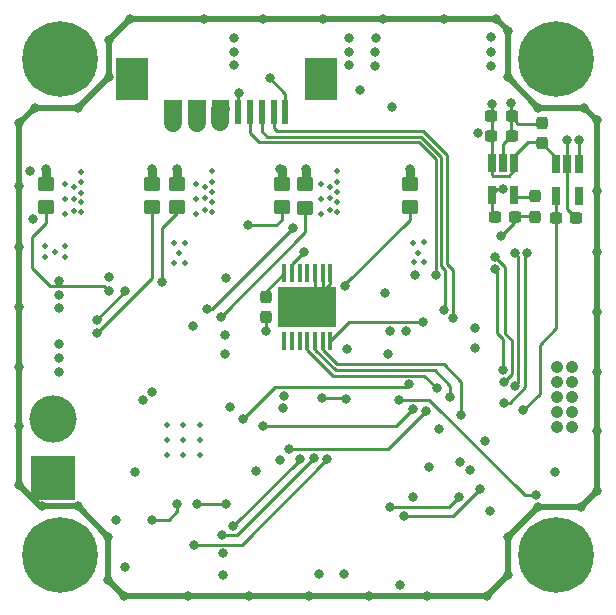
<source format=gbl>
%TF.GenerationSoftware,KiCad,Pcbnew,8.0.4-8.0.4-0~ubuntu22.04.1*%
%TF.CreationDate,2024-08-14T23:11:35+09:00*%
%TF.ProjectId,motor_driver,6d6f746f-725f-4647-9269-7665722e6b69,rev?*%
%TF.SameCoordinates,Original*%
%TF.FileFunction,Copper,L4,Bot*%
%TF.FilePolarity,Positive*%
%FSLAX46Y46*%
G04 Gerber Fmt 4.6, Leading zero omitted, Abs format (unit mm)*
G04 Created by KiCad (PCBNEW 8.0.4-8.0.4-0~ubuntu22.04.1) date 2024-08-14 23:11:35*
%MOMM*%
%LPD*%
G01*
G04 APERTURE LIST*
G04 Aperture macros list*
%AMRoundRect*
0 Rectangle with rounded corners*
0 $1 Rounding radius*
0 $2 $3 $4 $5 $6 $7 $8 $9 X,Y pos of 4 corners*
0 Add a 4 corners polygon primitive as box body*
4,1,4,$2,$3,$4,$5,$6,$7,$8,$9,$2,$3,0*
0 Add four circle primitives for the rounded corners*
1,1,$1+$1,$2,$3*
1,1,$1+$1,$4,$5*
1,1,$1+$1,$6,$7*
1,1,$1+$1,$8,$9*
0 Add four rect primitives between the rounded corners*
20,1,$1+$1,$2,$3,$4,$5,0*
20,1,$1+$1,$4,$5,$6,$7,0*
20,1,$1+$1,$6,$7,$8,$9,0*
20,1,$1+$1,$8,$9,$2,$3,0*%
G04 Aperture macros list end*
%TA.AperFunction,ComponentPad*%
%ADD10C,3.600000*%
%TD*%
%TA.AperFunction,ConnectorPad*%
%ADD11C,6.400000*%
%TD*%
%TA.AperFunction,ComponentPad*%
%ADD12R,3.800000X3.800000*%
%TD*%
%TA.AperFunction,ComponentPad*%
%ADD13C,4.000000*%
%TD*%
%TA.AperFunction,ComponentPad*%
%ADD14C,1.070000*%
%TD*%
%TA.AperFunction,ComponentPad*%
%ADD15C,0.508000*%
%TD*%
%TA.AperFunction,SMDPad,CuDef*%
%ADD16RoundRect,0.250000X0.450000X-0.350000X0.450000X0.350000X-0.450000X0.350000X-0.450000X-0.350000X0*%
%TD*%
%TA.AperFunction,SMDPad,CuDef*%
%ADD17RoundRect,0.237500X0.237500X-0.300000X0.237500X0.300000X-0.237500X0.300000X-0.237500X-0.300000X0*%
%TD*%
%TA.AperFunction,SMDPad,CuDef*%
%ADD18RoundRect,0.237500X-0.300000X-0.237500X0.300000X-0.237500X0.300000X0.237500X-0.300000X0.237500X0*%
%TD*%
%TA.AperFunction,SMDPad,CuDef*%
%ADD19RoundRect,0.250000X-0.450000X0.350000X-0.450000X-0.350000X0.450000X-0.350000X0.450000X0.350000X0*%
%TD*%
%TA.AperFunction,SMDPad,CuDef*%
%ADD20R,0.610000X2.000000*%
%TD*%
%TA.AperFunction,SMDPad,CuDef*%
%ADD21R,2.680000X3.600000*%
%TD*%
%TA.AperFunction,SMDPad,CuDef*%
%ADD22RoundRect,0.100000X-0.100000X0.687500X-0.100000X-0.687500X0.100000X-0.687500X0.100000X0.687500X0*%
%TD*%
%TA.AperFunction,SMDPad,CuDef*%
%ADD23R,5.000000X3.400000*%
%TD*%
%TA.AperFunction,SMDPad,CuDef*%
%ADD24RoundRect,0.237500X-0.237500X0.300000X-0.237500X-0.300000X0.237500X-0.300000X0.237500X0.300000X0*%
%TD*%
%TA.AperFunction,SMDPad,CuDef*%
%ADD25R,0.650000X1.560000*%
%TD*%
%TA.AperFunction,ViaPad*%
%ADD26C,0.508000*%
%TD*%
%TA.AperFunction,ViaPad*%
%ADD27C,0.800000*%
%TD*%
%TA.AperFunction,Conductor*%
%ADD28C,0.500000*%
%TD*%
%TA.AperFunction,Conductor*%
%ADD29C,0.250000*%
%TD*%
%TA.AperFunction,Conductor*%
%ADD30C,1.500000*%
%TD*%
%TA.AperFunction,Conductor*%
%ADD31C,0.750000*%
%TD*%
G04 APERTURE END LIST*
D10*
%TO.P,H1,1*%
%TO.N,N/C*%
X94524000Y-79310400D03*
D11*
X94524000Y-79310400D03*
%TD*%
D12*
%TO.P,J1,1,Pin_1*%
%TO.N,GND*%
X93960000Y-114740000D03*
D13*
%TO.P,J1,2,Pin_2*%
%TO.N,+BATT*%
X93960000Y-109740000D03*
%TD*%
D10*
%TO.P,H3,1*%
%TO.N,N/C*%
X136524000Y-79310400D03*
D11*
X136524000Y-79310400D03*
%TD*%
D14*
%TO.P,J3,1,VTref*%
%TO.N,+3.3V*%
X136620000Y-105320000D03*
%TO.P,J3,2,SWDIO/TMS*%
%TO.N,/stm32g431cb/SWDIO*%
X137890000Y-105320000D03*
%TO.P,J3,3,GND*%
%TO.N,GND*%
X136620000Y-106590000D03*
%TO.P,J3,4,SWDCLK/TCK*%
%TO.N,/stm32g431cb/SWCLK*%
X137890000Y-106590000D03*
%TO.P,J3,5,GND*%
%TO.N,GND*%
X136620000Y-107860000D03*
%TO.P,J3,6,SWO/TDO*%
%TO.N,unconnected-(J3-SWO{slash}TDO-Pad6)*%
X137890000Y-107860000D03*
%TO.P,J3,7,KEY*%
%TO.N,unconnected-(J3-KEY-Pad7)*%
X136620000Y-109130000D03*
%TO.P,J3,8,NC/TDI*%
%TO.N,unconnected-(J3-NC{slash}TDI-Pad8)*%
X137890000Y-109130000D03*
%TO.P,J3,9,GNDDetect*%
%TO.N,GND*%
X136620000Y-110400000D03*
%TO.P,J3,10,~{RESET}*%
%TO.N,/stm32g431cb/NRST*%
X137890000Y-110400000D03*
%TD*%
D10*
%TO.P,H4,1*%
%TO.N,N/C*%
X136524000Y-121310400D03*
D11*
X136524000Y-121310400D03*
%TD*%
D10*
%TO.P,H2,1*%
%TO.N,N/C*%
X94524000Y-121310400D03*
D11*
X94524000Y-121310400D03*
%TD*%
D15*
%TO.P,U1,41,GND*%
%TO.N,GND*%
X106400000Y-110245000D03*
X104975000Y-110255000D03*
X103575000Y-110270000D03*
X106400000Y-111520000D03*
X103575000Y-111520000D03*
X104975000Y-111525000D03*
X106400000Y-112795000D03*
X104975000Y-112795000D03*
X103575000Y-112820000D03*
%TD*%
D16*
%TO.P,R1,1*%
%TO.N,/drv8323/GHA*%
X115306400Y-91866400D03*
%TO.P,R1,2*%
%TO.N,Net-(Q1-TR1_GATE)*%
X115306400Y-89866400D03*
%TD*%
D17*
%TO.P,C15,1*%
%TO.N,+5V*%
X135295600Y-86388100D03*
%TO.P,C15,2*%
%TO.N,GND*%
X135295600Y-84663100D03*
%TD*%
D18*
%TO.P,C14,1*%
%TO.N,+5V*%
X131029500Y-85830400D03*
%TO.P,C14,2*%
%TO.N,GND*%
X132754500Y-85830400D03*
%TD*%
D19*
%TO.P,R9,1*%
%TO.N,Net-(Q3-TR2_GATE)*%
X102345200Y-89837600D03*
%TO.P,R9,2*%
%TO.N,/drv8323/GLC*%
X102345200Y-91837600D03*
%TD*%
D18*
%TO.P,C17,1*%
%TO.N,+3.3V*%
X131334300Y-92688400D03*
%TO.P,C17,2*%
%TO.N,GND*%
X133059300Y-92688400D03*
%TD*%
D16*
%TO.P,R2,1*%
%TO.N,/drv8323/GHB*%
X104423800Y-91840600D03*
%TO.P,R2,2*%
%TO.N,Net-(Q2-TR1_GATE)*%
X104423800Y-89840600D03*
%TD*%
%TO.P,R3,1*%
%TO.N,/drv8323/GHC*%
X93309600Y-91836420D03*
%TO.P,R3,2*%
%TO.N,Net-(Q3-TR1_GATE)*%
X93309600Y-89836420D03*
%TD*%
D20*
%TO.P,J2,1,1*%
%TO.N,/drv8323/SHC*%
X103610400Y-83753600D03*
%TO.P,J2,2,2*%
X104610400Y-83753600D03*
%TO.P,J2,3,3*%
%TO.N,/drv8323/SHB*%
X105610400Y-83753600D03*
%TO.P,J2,4,4*%
X106610400Y-83753600D03*
%TO.P,J2,5,5*%
%TO.N,/drv8323/SHA*%
X107610400Y-83753600D03*
%TO.P,J2,6,6*%
X108610400Y-83753600D03*
%TO.P,J2,7,7*%
%TO.N,GND*%
X109610400Y-83753600D03*
%TO.P,J2,8,8*%
%TO.N,/drv8323/HALL_V*%
X110610400Y-83753600D03*
%TO.P,J2,9,9*%
%TO.N,/drv8323/HALL_U*%
X111610400Y-83753600D03*
%TO.P,J2,10,10*%
%TO.N,/drv8323/HALL_W*%
X112610400Y-83753600D03*
%TO.P,J2,11,11*%
%TO.N,+5V*%
X113610400Y-83753600D03*
D21*
%TO.P,J2,MP1,MP1*%
%TO.N,GND*%
X100620400Y-80953600D03*
%TO.P,J2,MP2,MP2*%
X116600400Y-80953600D03*
%TD*%
D19*
%TO.P,R7,1*%
%TO.N,Net-(Q1-TR2_GATE)*%
X124122100Y-89851200D03*
%TO.P,R7,2*%
%TO.N,/drv8323/GLA*%
X124122100Y-91851200D03*
%TD*%
D22*
%TO.P,U2,1,BYP*%
%TO.N,Net-(U2-BYP)*%
X113518400Y-97416700D03*
%TO.P,U2,2,VCC*%
%TO.N,+5V*%
X114168400Y-97416700D03*
%TO.P,U2,3,TEST*%
%TO.N,unconnected-(U2-TEST-Pad3)*%
X114818400Y-97416700D03*
%TO.P,U2,4,PWM*%
%TO.N,unconnected-(U2-PWM-Pad4)*%
X115468400Y-97416700D03*
%TO.P,U2,5,GND*%
%TO.N,GND*%
X116118400Y-97416700D03*
%TO.P,U2,6,GND*%
X116768400Y-97416700D03*
%TO.P,U2,7,GND*%
X117418400Y-97416700D03*
%TO.P,U2,8,CS/SA0*%
%TO.N,/drv8323/SS_ENC*%
X117418400Y-103141700D03*
%TO.P,U2,9,SCLK*%
%TO.N,/drv8323/SPI2_CLK*%
X116768400Y-103141700D03*
%TO.P,U2,10,MOSI_SA1*%
%TO.N,/drv8323/SPI2_MOSI*%
X116118400Y-103141700D03*
%TO.P,U2,11,MISO*%
%TO.N,/drv8323/SPI2_MISO*%
X115468400Y-103141700D03*
%TO.P,U2,12,A/U*%
%TO.N,unconnected-(U2-A{slash}U-Pad12)*%
X114818400Y-103141700D03*
%TO.P,U2,13,B/V*%
%TO.N,unconnected-(U2-B{slash}V-Pad13)*%
X114168400Y-103141700D03*
%TO.P,U2,14,I/W*%
%TO.N,unconnected-(U2-I{slash}W-Pad14)*%
X113518400Y-103141700D03*
D23*
%TO.P,U2,15,GND*%
%TO.N,GND*%
X115468400Y-100279200D03*
%TD*%
D24*
%TO.P,C16,1*%
%TO.N,Net-(U4-Cs)*%
X134736800Y-90911500D03*
%TO.P,C16,2*%
%TO.N,GND*%
X134736800Y-92636500D03*
%TD*%
D25*
%TO.P,U3,1,VIN*%
%TO.N,+5V*%
X136530000Y-88138000D03*
%TO.P,U3,2,GND*%
%TO.N,GND*%
X137480000Y-88138000D03*
%TO.P,U3,3,EN*%
%TO.N,+5V*%
X138430000Y-88138000D03*
%TO.P,U3,4,NC*%
%TO.N,unconnected-(U3-NC-Pad4)*%
X138430000Y-90838000D03*
%TO.P,U3,5,VOUT*%
%TO.N,+3.3VA*%
X136530000Y-90838000D03*
%TD*%
D19*
%TO.P,R8,1*%
%TO.N,Net-(Q2-TR2_GATE)*%
X113313800Y-89840600D03*
%TO.P,R8,2*%
%TO.N,/drv8323/GLB*%
X113313800Y-91840600D03*
%TD*%
D25*
%TO.P,U4,1,VIN*%
%TO.N,+5V*%
X131094400Y-88087200D03*
%TO.P,U4,2,GND*%
%TO.N,GND*%
X132044400Y-88087200D03*
%TO.P,U4,3,CONTROL*%
%TO.N,+5V*%
X132994400Y-88087200D03*
%TO.P,U4,4,Cs*%
%TO.N,Net-(U4-Cs)*%
X132994400Y-90787200D03*
%TO.P,U4,5,VOUT*%
%TO.N,+3.3V*%
X131094400Y-90787200D03*
%TD*%
D18*
%TO.P,C18,1*%
%TO.N,+3.3VA*%
X136515900Y-92739200D03*
%TO.P,C18,2*%
%TO.N,GND*%
X138240900Y-92739200D03*
%TD*%
D24*
%TO.P,C5,1*%
%TO.N,Net-(U2-BYP)*%
X111930000Y-99405000D03*
%TO.P,C5,2*%
%TO.N,GND*%
X111930000Y-101130000D03*
%TD*%
D18*
%TO.P,C13,1*%
%TO.N,+5V*%
X131043600Y-84095600D03*
%TO.P,C13,2*%
%TO.N,GND*%
X132768600Y-84095600D03*
%TD*%
D26*
%TO.N,+BATT*%
X107365800Y-88757800D03*
X107365800Y-89672200D03*
X106045000Y-91094600D03*
X94979200Y-91142400D03*
X96300000Y-90583600D03*
X106807000Y-90078600D03*
X95741200Y-91091600D03*
X106045000Y-92364600D03*
X117948000Y-88783600D03*
X96300000Y-92260000D03*
X94979200Y-92412400D03*
X96300000Y-88805600D03*
X117948000Y-89698000D03*
X106807000Y-91043800D03*
D27*
X92250000Y-92860000D03*
D26*
X117389200Y-90104400D03*
X116627200Y-89850400D03*
D27*
X94400000Y-103410000D03*
D26*
X117948000Y-91374400D03*
X107365800Y-91348600D03*
X107365800Y-90535800D03*
D27*
X94400000Y-104610000D03*
D26*
X106807000Y-92059800D03*
X116627200Y-91120400D03*
X96300000Y-89720000D03*
X117948000Y-92238000D03*
X96300000Y-91396400D03*
X117948000Y-90561600D03*
X116627200Y-92390400D03*
D27*
X94410000Y-105800000D03*
D26*
X117389200Y-92085600D03*
X106045000Y-89824600D03*
X94979200Y-89872400D03*
X117389200Y-91069600D03*
X107365800Y-92212200D03*
X95741200Y-92107600D03*
X95741200Y-90126400D03*
D27*
X105814242Y-101860638D03*
%TO.N,GND*%
X118790000Y-103840000D03*
X91084400Y-84734400D03*
X139954000Y-90474800D03*
X125628400Y-124714000D03*
X130973600Y-78689200D03*
X118580000Y-122855000D03*
X118960000Y-78660000D03*
X113140000Y-113210000D03*
X92964000Y-117144800D03*
X138887200Y-83413600D03*
D26*
X105079800Y-94853800D03*
D27*
X118970000Y-77470000D03*
X91084400Y-110337600D03*
X92964000Y-117144800D03*
X110490000Y-124714000D03*
X91960000Y-88800000D03*
X111709200Y-75895200D03*
X100584000Y-80975200D03*
X100890000Y-114210000D03*
D26*
X104622600Y-95717400D03*
D27*
X101346000Y-81991200D03*
X98628199Y-123418601D03*
X96062800Y-83413600D03*
X91084400Y-95199200D03*
X99302500Y-118290000D03*
X128390000Y-113430000D03*
D26*
X105079800Y-96530200D03*
D27*
X100431598Y-75895200D03*
X123847500Y-102270000D03*
D26*
X125326800Y-96486100D03*
X104216200Y-96530200D03*
D27*
X113510153Y-107775153D03*
X91084400Y-115316000D03*
X122670000Y-83350000D03*
X132435600Y-122986800D03*
X138633200Y-117195600D03*
X121869200Y-75895200D03*
X105359200Y-124714000D03*
X98653600Y-80822802D03*
X109640000Y-82170000D03*
X121220000Y-78689200D03*
D26*
X93232800Y-95143600D03*
D27*
X106730800Y-75895200D03*
X91084400Y-100279200D03*
X101580000Y-108170000D03*
X127000000Y-75895200D03*
X99872800Y-81991200D03*
X122000000Y-99090000D03*
X139954000Y-105765600D03*
X117360000Y-79910000D03*
X108300000Y-121125000D03*
X91084400Y-105359200D03*
X94420000Y-98070000D03*
X98690000Y-97720000D03*
X99872800Y-80010000D03*
X130973600Y-79908400D03*
X132435600Y-80822800D03*
X130973600Y-77419200D03*
X101346000Y-80010000D03*
X113893600Y-101092000D03*
X120650000Y-124714000D03*
X131870000Y-94250000D03*
X113898075Y-99470523D03*
D26*
X124463200Y-96486100D03*
X94909200Y-95143600D03*
D27*
X98602800Y-119735600D03*
X113390000Y-108800000D03*
X125779169Y-113812797D03*
X121270800Y-77470000D03*
X115417600Y-100253800D03*
X123310000Y-123820000D03*
X108480000Y-104220000D03*
D26*
X94096400Y-95600800D03*
D27*
X111140000Y-114145000D03*
X139954000Y-115874802D03*
X111930000Y-102310000D03*
X100000000Y-122260000D03*
X116992400Y-99415600D03*
X98653600Y-77673200D03*
X108940000Y-108770000D03*
X91084400Y-90068400D03*
X131470400Y-75895200D03*
X121220000Y-79908400D03*
D26*
X125326800Y-94809700D03*
D27*
X99923600Y-124714000D03*
X92405198Y-83413600D03*
X117043200Y-101092000D03*
X94410000Y-99230000D03*
X109260000Y-79780000D03*
X139954000Y-84480400D03*
X130708402Y-124714000D03*
X96012000Y-117144800D03*
D26*
X124390000Y-94830000D03*
D27*
X124610000Y-97580000D03*
D26*
X94909200Y-96007200D03*
D27*
X132435600Y-119735600D03*
X124430000Y-116380000D03*
D26*
X93232800Y-96007200D03*
D27*
X108460000Y-102670000D03*
X116789200Y-75895200D03*
X109260000Y-77480000D03*
X108350000Y-123000000D03*
X137449997Y-86140000D03*
X115570000Y-124714000D03*
X129220000Y-114060000D03*
X139954000Y-100685600D03*
X135001000Y-83388200D03*
X132689600Y-83007200D03*
X139954000Y-110744000D03*
D26*
X104216200Y-94853800D03*
D27*
X108615500Y-97860800D03*
X132435600Y-76911200D03*
X102350000Y-107490000D03*
X118960000Y-79800000D03*
X134975600Y-117195600D03*
X94410000Y-100350000D03*
X139954000Y-95605600D03*
X109260000Y-78660000D03*
D26*
X124869600Y-95673300D03*
D27*
X129634850Y-102084850D03*
%TO.N,+5V*%
X131114800Y-83058000D03*
X129920000Y-85560000D03*
X112270000Y-80930000D03*
X119880000Y-81930000D03*
X115140000Y-95630000D03*
X138450000Y-86140000D03*
%TO.N,+3.3VA*%
X133732653Y-109017347D03*
X102272038Y-118270462D03*
X104449999Y-116977519D03*
X126648600Y-110576319D03*
%TO.N,/drv8323/SLC*%
X100020000Y-98950000D03*
X97640000Y-101340000D03*
%TO.N,+3.3V*%
X136410000Y-114220000D03*
X129632500Y-103775200D03*
X130475000Y-111610000D03*
X122500000Y-102270000D03*
X130890851Y-117560851D03*
X116487500Y-122897891D03*
X132029200Y-90322400D03*
X122300000Y-104280000D03*
%TO.N,/stm32g431cb/OSC_OUT*%
X118717653Y-108037653D03*
X116687347Y-108017347D03*
%TO.N,/stm32g431cb/NRST*%
X134859109Y-116202406D03*
X123240000Y-108140000D03*
%TO.N,/drv8323/HALL_W*%
X127797500Y-101235195D03*
%TO.N,/drv8323/HALL_U*%
X127075000Y-100543825D03*
%TO.N,/drv8323/HALL_V*%
X126350000Y-97570000D03*
%TO.N,/drv8323/SHA*%
X108120000Y-83540000D03*
X108110000Y-84640000D03*
X114270000Y-93550000D03*
X106930000Y-100406396D03*
%TO.N,/drv8323/SHB*%
X106100000Y-83530000D03*
X106120000Y-84710000D03*
%TO.N,/drv8323/SHC*%
X104120000Y-84680000D03*
X104130000Y-83530000D03*
%TO.N,/drv8323/SPI1_MISO*%
X106100000Y-116940000D03*
X108580000Y-116945000D03*
%TO.N,/drv8323/SS_ENC*%
X125297500Y-101545000D03*
%TO.N,/drv8323/GHA*%
X108120000Y-101147633D03*
%TO.N,/drv8323/GHB*%
X103200000Y-98130000D03*
%TO.N,/drv8323/GHC*%
X98650000Y-98910000D03*
%TO.N,/drv8323/GLA*%
X118645000Y-98475000D03*
%TO.N,/drv8323/GLB*%
X110418200Y-93367300D03*
%TO.N,/drv8323/GLC*%
X97655000Y-102510000D03*
%TO.N,/stm32g431cb/LED1*%
X122490000Y-117180000D03*
X128280000Y-116390000D03*
%TO.N,/stm32g431cb/LED2*%
X123610000Y-117940000D03*
X130050000Y-115650000D03*
%TO.N,/stm32g431cb/LED_CAN_TX*%
X134029785Y-95710829D03*
X132073524Y-108365000D03*
%TO.N,/stm32g431cb/LED_CAN_RX*%
X133030000Y-95690000D03*
X133026339Y-106936459D03*
%TO.N,/stm32g431cb/ADC1_3*%
X105850000Y-120440000D03*
X117150000Y-113140000D03*
%TO.N,/stm32g431cb/ADC1_2*%
X108280000Y-119580000D03*
X115992653Y-113092653D03*
%TO.N,/stm32g431cb/ADC1_1*%
X114850000Y-113180000D03*
X109210000Y-118845000D03*
%TO.N,/stm32g431cb/CAN_TX*%
X131370754Y-97049246D03*
X132050178Y-105626136D03*
%TO.N,/stm32g431cb/CAN_RX*%
X131353849Y-96007035D03*
X132075812Y-106625807D03*
%TO.N,Net-(Q2-TR2_GATE)*%
X113183800Y-88590400D03*
%TO.N,Net-(Q2-TR1_GATE)*%
X104423800Y-88554600D03*
%TO.N,Net-(Q3-TR1_GATE)*%
X93309600Y-88601220D03*
%TO.N,Net-(Q3-TR2_GATE)*%
X102352000Y-88601220D03*
%TO.N,/drv8323/SPI2_CLK*%
X128500000Y-109460200D03*
%TO.N,/drv8323/SPI2_MOSI*%
X127550000Y-107865000D03*
%TO.N,/drv8323/SPI2_MISO*%
X126410000Y-107150000D03*
%TO.N,/stm32g431cb/TIM4_INHC*%
X110005305Y-109755305D03*
X124072500Y-106815921D03*
%TO.N,/stm32g431cb/TIM4_INHA*%
X113920000Y-112290000D03*
X125470000Y-109110000D03*
%TO.N,/stm32g431cb/TIM4_INHB*%
X124380000Y-108950000D03*
X111669195Y-110323800D03*
%TO.N,Net-(Q1-TR2_GATE)*%
X124126500Y-88565200D03*
%TO.N,Net-(Q1-TR1_GATE)*%
X115310800Y-88580400D03*
%TD*%
D28*
%TO.N,GND*%
X132435600Y-122986802D02*
X130708402Y-124714000D01*
X132435600Y-119735598D02*
X132435600Y-122986802D01*
X131470400Y-75895200D02*
X132435600Y-76860400D01*
D29*
X113611952Y-99184400D02*
X113898075Y-99470523D01*
D28*
X92862398Y-117144800D02*
X91084400Y-115366802D01*
D29*
X133111200Y-92549000D02*
X134736800Y-92549000D01*
D28*
X91084400Y-89350000D02*
X91084400Y-84734398D01*
D29*
X137480000Y-88138000D02*
X137480000Y-86170003D01*
X137480000Y-88138000D02*
X137480000Y-91978300D01*
D28*
X91084400Y-115366802D02*
X91084400Y-89350000D01*
D29*
X116118400Y-97416700D02*
X116118400Y-99629200D01*
X132044400Y-88087200D02*
X132044400Y-86453000D01*
D28*
X98653600Y-80822802D02*
X98653600Y-77673198D01*
X138633202Y-117195600D02*
X134975598Y-117195600D01*
D29*
X115468400Y-100279200D02*
X117418400Y-98329200D01*
D28*
X135026402Y-83413600D02*
X138887200Y-83413600D01*
D29*
X116768400Y-97416700D02*
X116768400Y-98979200D01*
X135295600Y-84750600D02*
X133336100Y-84750600D01*
D28*
X96062802Y-83413600D02*
X98653600Y-80822802D01*
D29*
X137480000Y-86170003D02*
X137449997Y-86140000D01*
D28*
X132435600Y-76860400D02*
X132435600Y-80822800D01*
D29*
X132340000Y-93780000D02*
X132971800Y-93148200D01*
D28*
X134975598Y-117195600D02*
X132435600Y-119735598D01*
D29*
X116118400Y-99629200D02*
X115468400Y-100279200D01*
D28*
X99923598Y-124714000D02*
X98602800Y-123393202D01*
D29*
X137480000Y-91978300D02*
X138240900Y-92739200D01*
X132667000Y-85830400D02*
X132667000Y-84109700D01*
D28*
X98602800Y-123393202D02*
X98602800Y-119735598D01*
X100431598Y-75895200D02*
X131470400Y-75895200D01*
D29*
X111930000Y-101130000D02*
X111930000Y-102310000D01*
D28*
X139954000Y-84480400D02*
X139954000Y-115874802D01*
D29*
X109610400Y-82199600D02*
X109640000Y-82170000D01*
D28*
X92405198Y-83413600D02*
X96062802Y-83413600D01*
D29*
X109610400Y-83753600D02*
X109610400Y-82199600D01*
X132681100Y-84095600D02*
X132681100Y-83015700D01*
X132044400Y-86453000D02*
X132667000Y-85830400D01*
D28*
X96012002Y-117144800D02*
X92862398Y-117144800D01*
X132435600Y-80822800D02*
X135026402Y-83413600D01*
X98602800Y-119735598D02*
X96012002Y-117144800D01*
D29*
X116768400Y-98979200D02*
X115468400Y-100279200D01*
D28*
X139954000Y-115874802D02*
X138633202Y-117195600D01*
X130708402Y-124714000D02*
X99923598Y-124714000D01*
D29*
X132681100Y-83015700D02*
X132689600Y-83007200D01*
X133336100Y-84750600D02*
X132681100Y-84095600D01*
D28*
X91084400Y-84734398D02*
X92405198Y-83413600D01*
X98653600Y-77673198D02*
X100431598Y-75895200D01*
D29*
X132667000Y-84109700D02*
X132681100Y-84095600D01*
X132971800Y-92688400D02*
X133111200Y-92549000D01*
X117418400Y-98329200D02*
X117418400Y-97416700D01*
X132340000Y-93780000D02*
X131870000Y-94250000D01*
D28*
X138887200Y-83413600D02*
X139954000Y-84480400D01*
D29*
X132971800Y-93148200D02*
X132971800Y-92688400D01*
%TO.N,+5V*%
X134171400Y-86300600D02*
X135295600Y-86300600D01*
X112270000Y-80930000D02*
X113610400Y-82270400D01*
X131094400Y-89117200D02*
X131169400Y-89192200D01*
X138430000Y-86160000D02*
X138450000Y-86140000D01*
X131131100Y-83074300D02*
X131114800Y-83058000D01*
X131094400Y-84132300D02*
X131131100Y-84095600D01*
X132994400Y-88087200D02*
X132994400Y-87477600D01*
X114168400Y-97416700D02*
X114168400Y-96601600D01*
X132507800Y-89192200D02*
X132994400Y-88705600D01*
X113610400Y-82270400D02*
X113610400Y-83753600D01*
X131094400Y-88087200D02*
X131094400Y-89117200D01*
X136530000Y-88138000D02*
X136530000Y-87535000D01*
X132994400Y-88705600D02*
X132994400Y-88087200D01*
X132994400Y-87477600D02*
X134171400Y-86300600D01*
X131094400Y-88087200D02*
X131094400Y-84132300D01*
X114168400Y-96601600D02*
X115140000Y-95630000D01*
X138430000Y-88138000D02*
X138430000Y-86160000D01*
X136530000Y-88138000D02*
X136530000Y-87622500D01*
X138430000Y-88760000D02*
X138430000Y-88138000D01*
X136530000Y-87622500D02*
X135295600Y-86388100D01*
X131169400Y-89192200D02*
X132507800Y-89192200D01*
X131131100Y-84095600D02*
X131131100Y-83074300D01*
%TO.N,+3.3VA*%
X136530000Y-92725100D02*
X136515900Y-92739200D01*
X104449999Y-117590001D02*
X104449999Y-116977519D01*
X136515900Y-102094100D02*
X135120000Y-103490000D01*
X102272038Y-118270462D02*
X103769538Y-118270462D01*
X136515900Y-92739200D02*
X136515900Y-102094100D01*
X135120000Y-103490000D02*
X135120000Y-107630000D01*
X103769538Y-118270462D02*
X104449999Y-117590001D01*
X135120000Y-107630000D02*
X133732653Y-109017347D01*
X136530000Y-90838000D02*
X136530000Y-92725100D01*
%TO.N,/drv8323/SLC*%
X100020000Y-98960000D02*
X100020000Y-98950000D01*
X97640000Y-101340000D02*
X100020000Y-98960000D01*
%TO.N,+3.3V*%
X131094400Y-92384800D02*
X131094400Y-90787200D01*
X131094400Y-90787200D02*
X131559200Y-90322400D01*
X131421800Y-92688400D02*
X131398000Y-92688400D01*
X131559200Y-90322400D02*
X132029200Y-90322400D01*
X131398000Y-92688400D02*
X131094400Y-92384800D01*
%TO.N,/stm32g431cb/OSC_OUT*%
X118577347Y-108017347D02*
X118697347Y-108017347D01*
X118697347Y-108017347D02*
X118717653Y-108037653D01*
X116687347Y-108017347D02*
X118577347Y-108017347D01*
%TO.N,/stm32g431cb/NRST*%
X133870000Y-116220000D02*
X125790000Y-108140000D01*
X125790000Y-108140000D02*
X123240000Y-108140000D01*
X134841515Y-116220000D02*
X133870000Y-116220000D01*
X134859109Y-116202406D02*
X134841515Y-116220000D01*
%TO.N,/drv8323/HALL_W*%
X112610400Y-85160400D02*
X112610400Y-83753600D01*
X127800000Y-101232695D02*
X127800000Y-97183604D01*
X127250000Y-96633604D02*
X127250000Y-87396004D01*
X112860000Y-85410000D02*
X112610400Y-85160400D01*
X127797500Y-101235195D02*
X127800000Y-101232695D01*
X127250000Y-87396004D02*
X125263996Y-85410000D01*
X127800000Y-97183604D02*
X127250000Y-96633604D01*
X125263996Y-85410000D02*
X112860000Y-85410000D01*
%TO.N,/drv8323/HALL_U*%
X126800000Y-87582400D02*
X125077600Y-85860000D01*
X125077600Y-85860000D02*
X112060000Y-85860000D01*
X112060000Y-85860000D02*
X111610400Y-85410400D01*
X127100000Y-100518825D02*
X127100000Y-97120000D01*
X126800000Y-96820000D02*
X126800000Y-87582400D01*
X111610400Y-85410400D02*
X111610400Y-83753600D01*
X127075000Y-100543825D02*
X127100000Y-100518825D01*
X127100000Y-97120000D02*
X126800000Y-96820000D01*
%TO.N,/drv8323/HALL_V*%
X110610400Y-85520400D02*
X110610400Y-83753600D01*
X111400000Y-86310000D02*
X110610400Y-85520400D01*
X126350000Y-87768796D02*
X124891204Y-86310000D01*
X126350000Y-97570000D02*
X126350000Y-87768796D01*
X124891204Y-86310000D02*
X111400000Y-86310000D01*
%TO.N,/drv8323/SHA*%
X107413604Y-100406396D02*
X114270000Y-93550000D01*
D30*
X108110000Y-83550000D02*
X108120000Y-83540000D01*
D29*
X106930000Y-100406396D02*
X107413604Y-100406396D01*
D30*
X108110000Y-84640000D02*
X108110000Y-83550000D01*
%TO.N,/drv8323/SHB*%
X106120000Y-83550000D02*
X106100000Y-83530000D01*
X106120000Y-84710000D02*
X106120000Y-83550000D01*
%TO.N,/drv8323/SHC*%
X104120000Y-83540000D02*
X104120000Y-84680000D01*
X104130000Y-83530000D02*
X104120000Y-83540000D01*
D29*
%TO.N,/drv8323/SPI1_MISO*%
X106105000Y-116945000D02*
X108580000Y-116945000D01*
X106100000Y-116940000D02*
X106105000Y-116945000D01*
%TO.N,/drv8323/SS_ENC*%
X125297500Y-101545000D02*
X119015100Y-101545000D01*
X119015100Y-101545000D02*
X117418400Y-103141700D01*
%TO.N,/drv8323/GHA*%
X115306400Y-93953600D02*
X115306400Y-91866400D01*
X108120000Y-101147633D02*
X108120000Y-101140000D01*
X108120000Y-101140000D02*
X115306400Y-93953600D01*
%TO.N,/drv8323/GHB*%
X103170000Y-98100000D02*
X103170000Y-93567600D01*
X103170000Y-93567600D02*
X104423800Y-92313800D01*
X103200000Y-98130000D02*
X103170000Y-98100000D01*
X104423800Y-92313800D02*
X104423800Y-91840600D01*
%TO.N,/drv8323/GHC*%
X92150000Y-96960000D02*
X92150000Y-94350000D01*
X98220000Y-98480000D02*
X93670000Y-98480000D01*
X93670000Y-98480000D02*
X92150000Y-96960000D01*
X92150000Y-94350000D02*
X93309600Y-93190400D01*
X93309600Y-93190400D02*
X93309600Y-91836420D01*
X98650000Y-98910000D02*
X98220000Y-98480000D01*
%TO.N,/drv8323/GLA*%
X118645000Y-98365000D02*
X124122100Y-92887900D01*
X124122100Y-91851200D02*
X123910000Y-92063300D01*
X118645000Y-98475000D02*
X118645000Y-98365000D01*
X124122100Y-92887900D02*
X124122100Y-91851200D01*
%TO.N,/drv8323/GLB*%
X113313800Y-91840600D02*
X113313800Y-92872600D01*
X112819100Y-93367300D02*
X110418200Y-93367300D01*
X113313800Y-92872600D02*
X112819100Y-93367300D01*
%TO.N,/drv8323/GLC*%
X102345200Y-97819800D02*
X102345200Y-91837600D01*
X97655000Y-102510000D02*
X102345200Y-97819800D01*
%TO.N,/stm32g431cb/LED1*%
X122490000Y-117180000D02*
X127490000Y-117180000D01*
X127490000Y-117180000D02*
X128280000Y-116390000D01*
%TO.N,/stm32g431cb/LED2*%
X127760000Y-117940000D02*
X130050000Y-115650000D01*
X123610000Y-117940000D02*
X127760000Y-117940000D01*
%TO.N,/stm32g431cb/LED_CAN_TX*%
X132623103Y-108365000D02*
X132073524Y-108365000D01*
X133910000Y-107078103D02*
X132623103Y-108365000D01*
X133910000Y-107078103D02*
X133910000Y-95830614D01*
X133910000Y-95830614D02*
X134029785Y-95710829D01*
%TO.N,/stm32g431cb/LED_CAN_RX*%
X133260000Y-95920000D02*
X133260000Y-106702798D01*
X133260000Y-106702798D02*
X133026339Y-106936459D01*
X133030000Y-95690000D02*
X133260000Y-95920000D01*
%TO.N,/stm32g431cb/ADC1_3*%
X109890000Y-120400000D02*
X105890000Y-120400000D01*
X117150000Y-113140000D02*
X109890000Y-120400000D01*
X105890000Y-120400000D02*
X105850000Y-120440000D01*
%TO.N,/stm32g431cb/ADC1_2*%
X115992652Y-113092653D02*
X109515305Y-119570000D01*
X108290000Y-119570000D02*
X108280000Y-119580000D01*
X109515305Y-119570000D02*
X108290000Y-119570000D01*
X115992653Y-113092653D02*
X115992652Y-113092653D01*
%TO.N,/stm32g431cb/ADC1_1*%
X114850000Y-113205000D02*
X114850000Y-113180000D01*
X109210000Y-118845000D02*
X114850000Y-113205000D01*
%TO.N,/stm32g431cb/CAN_TX*%
X131370754Y-97049246D02*
X131500000Y-97178492D01*
X131500000Y-97178492D02*
X131500000Y-102450000D01*
X132050178Y-103000178D02*
X132050178Y-105626136D01*
X131500000Y-102450000D02*
X132050178Y-103000178D01*
%TO.N,/stm32g431cb/CAN_RX*%
X131353849Y-96007035D02*
X132240000Y-96893186D01*
X132240000Y-102553604D02*
X132780000Y-103093604D01*
X132780000Y-105921619D02*
X132075812Y-106625807D01*
X132780000Y-103093604D02*
X132780000Y-105921619D01*
X132240000Y-96893186D02*
X132240000Y-102553604D01*
D31*
%TO.N,Net-(Q2-TR2_GATE)*%
X113313800Y-88605400D02*
X113313800Y-89840600D01*
%TO.N,Net-(Q2-TR1_GATE)*%
X104423800Y-88554600D02*
X104423800Y-89840600D01*
%TO.N,Net-(Q3-TR1_GATE)*%
X93309600Y-89836420D02*
X93309600Y-88601220D01*
%TO.N,Net-(Q3-TR2_GATE)*%
X102345200Y-89837600D02*
X102345200Y-88608020D01*
D29*
X102345200Y-88608020D02*
X102352000Y-88601220D01*
%TO.N,/drv8323/SPI2_CLK*%
X128500000Y-106630000D02*
X127000000Y-105130000D01*
X127000000Y-105130000D02*
X118015388Y-105130000D01*
X116768400Y-103883012D02*
X116768400Y-103141700D01*
X118015388Y-105130000D02*
X116768400Y-103883012D01*
X128500000Y-109460200D02*
X128500000Y-106630000D01*
%TO.N,/drv8323/SPI2_MOSI*%
X117876309Y-105640921D02*
X116118400Y-103883012D01*
X127550000Y-107865000D02*
X127550000Y-106960000D01*
X126230921Y-105640921D02*
X117876309Y-105640921D01*
X116118400Y-103883012D02*
X116118400Y-103141700D01*
X127550000Y-106960000D02*
X126230921Y-105640921D01*
%TO.N,/drv8323/SPI2_MISO*%
X115468400Y-103883012D02*
X117676309Y-106090921D01*
X125350921Y-106090921D02*
X126410000Y-107150000D01*
X115468400Y-103141700D02*
X115468400Y-103883012D01*
X117676309Y-106090921D02*
X125350921Y-106090921D01*
%TO.N,/stm32g431cb/TIM4_INHC*%
X124072500Y-106815921D02*
X123848421Y-107040000D01*
X112720610Y-107040000D02*
X110005305Y-109755305D01*
X123848421Y-107040000D02*
X112720610Y-107040000D01*
%TO.N,/stm32g431cb/TIM4_INHA*%
X113920000Y-112290000D02*
X113940000Y-112270000D01*
X122310000Y-112270000D02*
X125470000Y-109110000D01*
X113940000Y-112270000D02*
X122310000Y-112270000D01*
%TO.N,/stm32g431cb/TIM4_INHB*%
X123006200Y-110323800D02*
X123220000Y-110110000D01*
X111669195Y-110323800D02*
X123006200Y-110323800D01*
X123220000Y-110110000D02*
X124380000Y-108950000D01*
%TO.N,Net-(U2-BYP)*%
X111930000Y-99005100D02*
X113518400Y-97416700D01*
X111930000Y-99405000D02*
X111930000Y-99005100D01*
%TO.N,Net-(U4-Cs)*%
X134736800Y-90999000D02*
X133206200Y-90999000D01*
X133206200Y-90999000D02*
X132994400Y-90787200D01*
%TO.N,Net-(Q1-TR2_GATE)*%
X124126500Y-89846800D02*
X124122100Y-89851200D01*
D31*
X124126500Y-88565200D02*
X124126500Y-89846800D01*
D29*
%TO.N,Net-(Q1-TR1_GATE)*%
X115310800Y-89862000D02*
X115306400Y-89866400D01*
D31*
X115310800Y-88580400D02*
X115310800Y-89862000D01*
%TD*%
M02*

</source>
